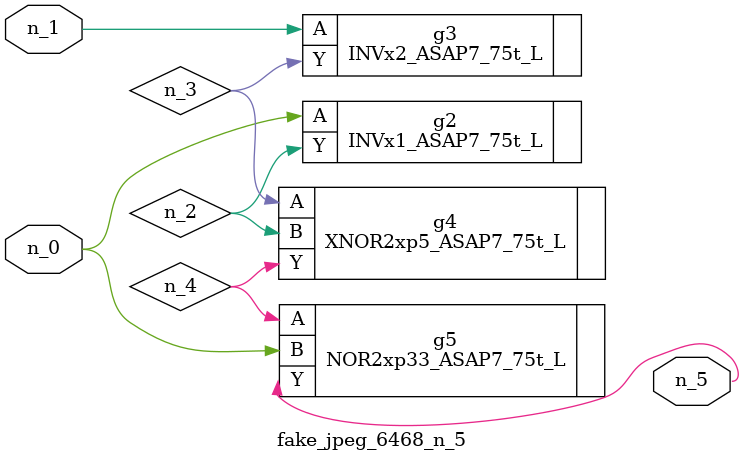
<source format=v>
module fake_jpeg_6468_n_5 (n_0, n_1, n_5);

input n_0;
input n_1;

output n_5;

wire n_2;
wire n_3;
wire n_4;

INVx1_ASAP7_75t_L g2 ( 
.A(n_0),
.Y(n_2)
);

INVx2_ASAP7_75t_L g3 ( 
.A(n_1),
.Y(n_3)
);

XNOR2xp5_ASAP7_75t_L g4 ( 
.A(n_3),
.B(n_2),
.Y(n_4)
);

NOR2xp33_ASAP7_75t_L g5 ( 
.A(n_4),
.B(n_0),
.Y(n_5)
);


endmodule
</source>
